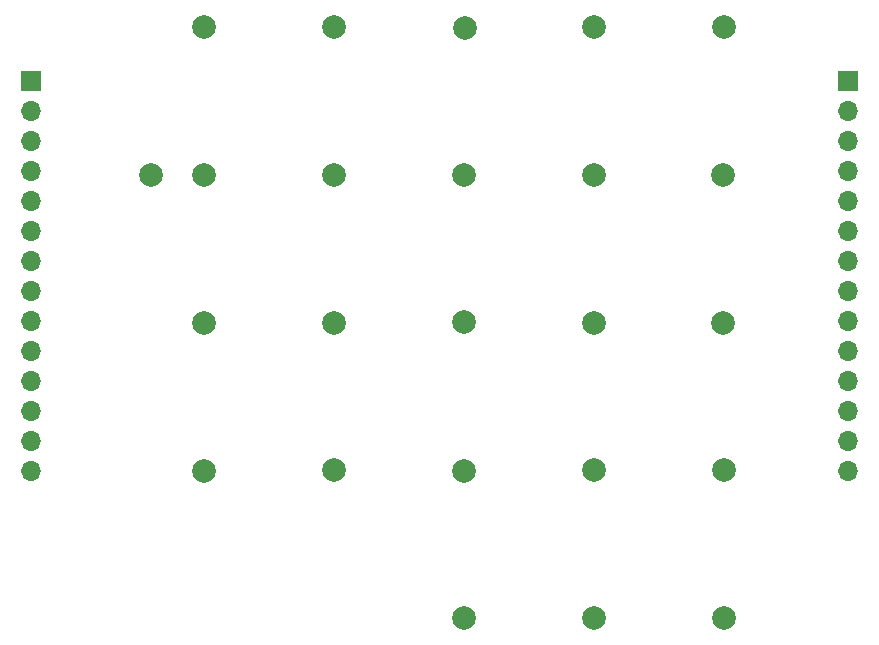
<source format=gbr>
%TF.GenerationSoftware,KiCad,Pcbnew,(6.0.2)*%
%TF.CreationDate,2024-01-19T20:32:51-05:00*%
%TF.ProjectId,top,746f702e-6b69-4636-9164-5f7063625858,rev?*%
%TF.SameCoordinates,Original*%
%TF.FileFunction,Soldermask,Bot*%
%TF.FilePolarity,Negative*%
%FSLAX46Y46*%
G04 Gerber Fmt 4.6, Leading zero omitted, Abs format (unit mm)*
G04 Created by KiCad (PCBNEW (6.0.2)) date 2024-01-19 20:32:51*
%MOMM*%
%LPD*%
G01*
G04 APERTURE LIST*
%ADD10C,2.000000*%
%ADD11R,1.700000X1.700000*%
%ADD12O,1.700000X1.700000*%
G04 APERTURE END LIST*
D10*
%TO.C,J8*%
X172984940Y-98791100D03*
%TD*%
%TO.C,J4*%
X151012400Y-111300600D03*
%TD*%
%TO.C,J7*%
X151140940Y-73835600D03*
%TD*%
%TO.C,J12*%
X172984940Y-86281600D03*
%TD*%
%TO.C,J24*%
X129017540Y-86256200D03*
%TD*%
%TO.C,J5*%
X162012140Y-111275200D03*
%TD*%
%TO.C,J9*%
X162012140Y-98778400D03*
%TD*%
%TO.C,J19*%
X173010340Y-123772000D03*
%TD*%
%TO.C,J18*%
X129042940Y-73759400D03*
%TD*%
%TO.C,J23*%
X128992140Y-98778400D03*
%TD*%
%TO.C,J22*%
X139990340Y-111275200D03*
%TD*%
%TO.C,J25*%
X139990340Y-73759400D03*
%TD*%
D11*
%TO.C,J29*%
X183552400Y-78300000D03*
D12*
X183552400Y-80840000D03*
X183552400Y-83380000D03*
X183552400Y-85920000D03*
X183552400Y-88460000D03*
X183552400Y-91000000D03*
X183552400Y-93540000D03*
X183552400Y-96080000D03*
X183552400Y-98620000D03*
X183552400Y-101160000D03*
X183552400Y-103700000D03*
X183552400Y-106240000D03*
X183552400Y-108780000D03*
X183552400Y-111320000D03*
%TD*%
D10*
%TO.C,J14*%
X140015740Y-86256200D03*
%TD*%
%TO.C,J33*%
X124502400Y-86250000D03*
%TD*%
%TO.C,J11*%
X139990340Y-98778400D03*
%TD*%
D11*
%TO.C,J30*%
X114352400Y-78300000D03*
D12*
X114352400Y-80840000D03*
X114352400Y-83380000D03*
X114352400Y-85920000D03*
X114352400Y-88460000D03*
X114352400Y-91000000D03*
X114352400Y-93540000D03*
X114352400Y-96080000D03*
X114352400Y-98620000D03*
X114352400Y-101160000D03*
X114352400Y-103700000D03*
X114352400Y-106240000D03*
X114352400Y-108780000D03*
X114352400Y-111320000D03*
%TD*%
D10*
%TO.C,J28*%
X151013940Y-86281600D03*
%TD*%
%TO.C,J16*%
X161986740Y-73734000D03*
%TD*%
%TO.C,J10*%
X151013940Y-98727600D03*
%TD*%
%TO.C,J6*%
X173010340Y-111249800D03*
%TD*%
%TO.C,J21*%
X151013940Y-123746600D03*
%TD*%
%TO.C,J20*%
X161986740Y-123772000D03*
%TD*%
%TO.C,J15*%
X128988000Y-111300600D03*
%TD*%
%TO.C,J17*%
X173010340Y-73759400D03*
%TD*%
%TO.C,J13*%
X162007060Y-86281600D03*
%TD*%
M02*

</source>
